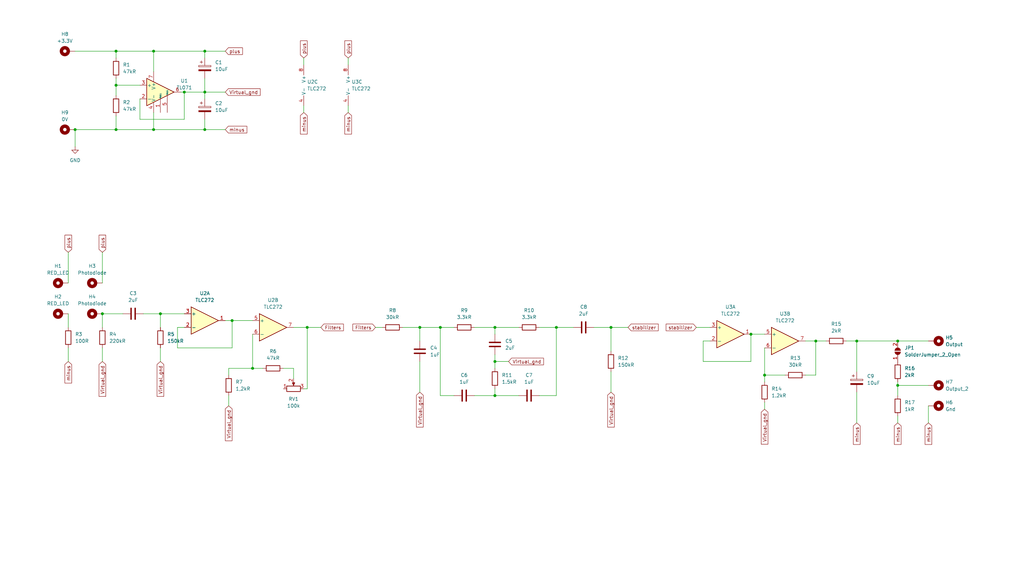
<source format=kicad_sch>
(kicad_sch (version 20230121) (generator eeschema)
  (paper "User" 381 210.007)
  (lib_symbols
    (symbol "Amplifier_Operational:TL071" (pin_names (offset 0.127))
      (property "Reference" "U" (at 0 6.35 0))
      (property "Value" "TL071" (at 0 3.81 0))
      (symbol "TL071_0_1"
        (polyline (pts (xy -5.08 5.08) (xy 5.08 0) (xy -5.08 -5.08) (xy -5.08 5.08)) (stroke (width 0.254)) (fill (type background)))
      )
      (symbol "TL071_1_1"
        (pin input line (at 0 -7.62 90) (length 5.08) (name "NULL") (number "1"))
        (pin input line (at -7.62 -2.54 0) (length 2.54) (name "-") (number "2"))
        (pin input line (at -7.62 2.54 0) (length 2.54) (name "+") (number "3"))
        (pin power_in line (at -2.54 -7.62 90) (length 3.81) (name "V-") (number "4"))
        (pin input line (at 2.54 -7.62 90) (length 6.35) (name "NULL") (number "5"))
        (pin output line (at 7.62 0 180) (length 2.54) (name "~") (number "6"))
        (pin power_in line (at -2.54 7.62 270) (length 3.81) (name "V+") (number "7"))
        (pin no_connect line (at 0 2.54 270) (length 2.54) hide (name "NC") (number "8"))
      )
    )
    (symbol "Amplifier_Operational:TLC272" (pin_names (offset 0.127))
      (property "Reference" "U" (at 0 5.08 0))
      (property "Value" "TLC272" (at 0 -5.08 0))
      (symbol "TLC272_1_1"
        (polyline (pts (xy -5.08 5.08) (xy 5.08 0) (xy -5.08 -5.08) (xy -5.08 5.08)) (stroke (width 0.254)) (fill (type background)))
        (pin output line (at 7.62 0 180) (length 2.54) (name "~") (number "1"))
        (pin input line (at -7.62 -2.54 0) (length 2.54) (name "-") (number "2"))
        (pin input line (at -7.62 2.54 0) (length 2.54) (name "+") (number "3"))
      )
      (symbol "TLC272_2_1"
        (polyline (pts (xy -5.08 5.08) (xy 5.08 0) (xy -5.08 -5.08) (xy -5.08 5.08)) (stroke (width 0.254)) (fill (type background)))
        (pin input line (at -7.62 2.54 0) (length 2.54) (name "+") (number "5"))
        (pin input line (at -7.62 -2.54 0) (length 2.54) (name "-") (number "6"))
        (pin output line (at 7.62 0 180) (length 2.54) (name "~") (number "7"))
      )
      (symbol "TLC272_3_1"
        (pin power_in line (at -2.54 -7.62 90) (length 3.81) (name "V-") (number "4"))
        (pin power_in line (at -2.54 7.62 270) (length 3.81) (name "V+") (number "8"))
      )
    )
    (symbol "Device:C" (pin_numbers hide) (pin_names (offset 0.254))
      (property "Reference" "C" (at 0.635 2.54 0))
      (property "Value" "C" (at 0.635 -2.54 0))
      (symbol "C_0_1"
        (polyline (pts (xy -2.032 -0.762) (xy 2.032 -0.762)) (stroke (width 0.508)))
        (polyline (pts (xy -2.032 0.762) (xy 2.032 0.762)) (stroke (width 0.508)))
      )
      (symbol "C_1_1"
        (pin passive line (at 0 3.81 270) (length 2.794) (name "~") (number "1"))
        (pin passive line (at 0 -3.81 90) (length 2.794) (name "~") (number "2"))
      )
    )
    (symbol "Device:C_Polarized" (pin_numbers hide) (pin_names (offset 0.254))
      (property "Reference" "C" (at 0.635 2.54 0))
      (property "Value" "C_Polarized" (at 0.635 -2.54 0))
      (symbol "C_Polarized_0_1"
        (rectangle (start -2.286 0.508) (end 2.286 1.016))
        (polyline (pts (xy -1.778 2.286) (xy -0.762 2.286)))
        (polyline (pts (xy -1.27 2.794) (xy -1.27 1.778)))
        (rectangle (start 2.286 -0.508) (end -2.286 -1.016) (fill (type outline)))
      )
      (symbol "C_Polarized_1_1"
        (pin passive line (at 0 3.81 270) (length 2.794) (name "~") (number "1"))
        (pin passive line (at 0 -3.81 90) (length 2.794) (name "~") (number "2"))
      )
    )
    (symbol "Device:R" (pin_numbers hide) (pin_names (offset 0))
      (property "Reference" "R" (at 2.032 0 90))
      (property "Value" "R" (at 0 0 90))
      (symbol "R_0_1"
        (rectangle (start -1.016 -2.54) (end 1.016 2.54) (stroke (width 0.254)))
      )
      (symbol "R_1_1"
        (pin passive line (at 0 3.81 270) (length 1.27) (name "~") (number "1"))
        (pin passive line (at 0 -3.81 90) (length 1.27) (name "~") (number "2"))
      )
    )
    (symbol "Device:R_Potentiometer" (pin_names (offset 1.016) hide)
      (property "Reference" "RV" (at -4.445 0 90))
      (property "Value" "R_Potentiometer" (at -2.54 0 90))
      (symbol "R_Potentiometer_0_1"
        (polyline (pts (xy 2.54 0) (xy 1.524 0)))
        (polyline (pts (xy 1.143 0) (xy 2.286 0.508) (xy 2.286 -0.508) (xy 1.143 0)) (fill (type outline)))
        (rectangle (start 1.016 2.54) (end -1.016 -2.54) (stroke (width 0.254)))
      )
      (symbol "R_Potentiometer_1_1"
        (pin passive line (at 0 3.81 270) (length 1.27) (name "1") (number "1"))
        (pin passive line (at 3.81 0 180) (length 1.27) (name "2") (number "2"))
        (pin passive line (at 0 -3.81 90) (length 1.27) (name "3") (number "3"))
      )
    )
    (symbol "Jumper:SolderJumper_2_Open" (pin_names (offset 0) hide)
      (property "Reference" "JP" (at 0 2.032 0))
      (property "Value" "SolderJumper_2_Open" (at 0 -2.54 0))
      (symbol "SolderJumper_2_Open_0_1"
        (arc (start -0.254 1.016) (mid -1.2656 0) (end -0.254 -1.016))
        (arc (start -0.254 1.016) (mid -1.2656 0) (end -0.254 -1.016) (fill (type outline)))
        (polyline (pts (xy -0.254 1.016) (xy -0.254 -1.016)))
        (polyline (pts (xy 0.254 1.016) (xy 0.254 -1.016)))
        (arc (start 0.254 -1.016) (mid 1.2656 0) (end 0.254 1.016))
        (arc (start 0.254 -1.016) (mid 1.2656 0) (end 0.254 1.016) (fill (type outline)))
      )
      (symbol "SolderJumper_2_Open_1_1"
        (pin passive line (at -3.81 0 0) (length 2.54) (name "A") (number "1"))
        (pin passive line (at 3.81 0 180) (length 2.54) (name "B") (number "2"))
      )
    )
    (symbol "Mechanical:MountingHole_Pad" (pin_numbers hide) (pin_names (offset 1.016) hide)
      (property "Reference" "H" (at 0 6.35 0))
      (property "Value" "MountingHole_Pad" (at 0 4.445 0))
      (symbol "MountingHole_Pad_0_1"
        (circle (center 0 1.27) (radius 1.27) (stroke (width 1.27)))
      )
      (symbol "MountingHole_Pad_1_1"
        (pin input line (at 0 -2.54 90) (length 2.54) (name "1") (number "1"))
      )
    )
    (symbol "power:GND" (power) (pin_names (offset 0))
      (property "Value" "GND" (at 0 -3.81 0))
      (symbol "GND_0_1"
        (polyline (pts (xy 0 0) (xy 0 -1.27) (xy 1.27 -1.27) (xy 0 -2.54) (xy -1.27 -1.27) (xy 0 -1.27)))
      )
      (symbol "GND_1_1"
        (pin power_in line (at 0 0 270) (length 0) hide (name "GND") (number "1"))
      )
    )
  )
  (junction (at 184.15 134.62))
  (junction (at 76.2 48.26))
  (junction (at 76.2 34.29))
  (junction (at 43.18 31.75))
  (junction (at 334.01 143.51))
  (junction (at 27.94 48.26))
  (junction (at 303.53 127))
  (junction (at 86.36 119.38))
  (junction (at 207.01 121.92))
  (junction (at 57.15 48.26))
  (junction (at 184.15 147.32))
  (junction (at 334.01 127))
  (junction (at 68.58 34.29))
  (junction (at 43.18 48.26))
  (junction (at 93.98 137.16))
  (junction (at 43.18 19.05))
  (junction (at 318.77 127))
  (junction (at 284.48 139.7))
  (junction (at 57.15 19.05))
  (junction (at 59.69 116.84))
  (junction (at 227.33 121.92))
  (junction (at 184.15 121.92))
  (junction (at 163.83 121.92))
  (junction (at 76.2 19.05))
  (junction (at 38.1 116.84))
  (junction (at 279.4 124.46))
  (junction (at 114.3 121.92))
  (junction (at 156.21 121.92))
  (wire (pts (xy 38.1 116.84) (xy 38.1 121.92)))
  (wire (pts (xy 85.09 151.13) (xy 85.09 147.32)))
  (wire (pts (xy 345.44 151.13) (xy 345.44 157.48)))
  (wire (pts (xy 57.15 48.26) (xy 76.2 48.26)))
  (wire (pts (xy 25.4 116.84) (xy 25.4 121.92)))
  (wire (pts (xy 113.03 21.59) (xy 113.03 24.13)))
  (wire (pts (xy 86.36 119.38) (xy 83.82 119.38)))
  (wire (pts (xy 57.15 41.91) (xy 57.15 48.26)))
  (wire (pts (xy 227.33 130.81) (xy 227.33 121.92)))
  (wire (pts (xy 264.16 127) (xy 261.62 127)))
  (wire (pts (xy 284.48 142.24) (xy 284.48 139.7)))
  (wire (pts (xy 334.01 143.51) (xy 334.01 147.32)))
  (wire (pts (xy 38.1 116.84) (xy 45.72 116.84)))
  (wire (pts (xy 43.18 43.18) (xy 43.18 48.26)))
  (wire (pts (xy 303.53 139.7) (xy 299.72 139.7)))
  (wire (pts (xy 43.18 31.75) (xy 52.07 31.75)))
  (wire (pts (xy 43.18 29.21) (xy 43.18 31.75)))
  (wire (pts (xy 114.3 121.92) (xy 119.38 121.92)))
  (wire (pts (xy 184.15 144.78) (xy 184.15 147.32)))
  (wire (pts (xy 38.1 129.54) (xy 38.1 134.62)))
  (wire (pts (xy 279.4 124.46) (xy 284.48 124.46)))
  (wire (pts (xy 27.94 19.05) (xy 43.18 19.05)))
  (wire (pts (xy 284.48 139.7) (xy 292.1 139.7)))
  (wire (pts (xy 57.15 48.26) (xy 43.18 48.26)))
  (wire (pts (xy 284.48 152.4) (xy 284.48 149.86)))
  (wire (pts (xy 59.69 116.84) (xy 68.58 116.84)))
  (wire (pts (xy 184.15 121.92) (xy 193.04 121.92)))
  (wire (pts (xy 156.21 134.62) (xy 156.21 146.05)))
  (wire (pts (xy 207.01 147.32) (xy 200.66 147.32)))
  (wire (pts (xy 129.54 21.59) (xy 129.54 24.13)))
  (wire (pts (xy 207.01 121.92) (xy 213.36 121.92)))
  (wire (pts (xy 129.54 39.37) (xy 129.54 41.91)))
  (wire (pts (xy 284.48 129.54) (xy 284.48 139.7)))
  (wire (pts (xy 68.58 44.45) (xy 68.58 34.29)))
  (wire (pts (xy 261.62 127) (xy 261.62 134.62)))
  (wire (pts (xy 57.15 19.05) (xy 57.15 26.67)))
  (wire (pts (xy 163.83 121.92) (xy 163.83 147.32)))
  (wire (pts (xy 193.04 147.32) (xy 184.15 147.32)))
  (wire (pts (xy 85.09 137.16) (xy 93.98 137.16)))
  (wire (pts (xy 76.2 36.83) (xy 76.2 34.29)))
  (wire (pts (xy 303.53 127) (xy 299.72 127)))
  (wire (pts (xy 200.66 121.92) (xy 207.01 121.92)))
  (wire (pts (xy 67.31 34.29) (xy 68.58 34.29)))
  (wire (pts (xy 163.83 121.92) (xy 168.91 121.92)))
  (wire (pts (xy 261.62 134.62) (xy 279.4 134.62)))
  (wire (pts (xy 38.1 93.98) (xy 38.1 105.41)))
  (wire (pts (xy 66.04 121.92) (xy 66.04 129.54)))
  (wire (pts (xy 43.18 31.75) (xy 43.18 35.56)))
  (wire (pts (xy 227.33 121.92) (xy 233.68 121.92)))
  (wire (pts (xy 76.2 29.21) (xy 76.2 34.29)))
  (wire (pts (xy 318.77 127) (xy 334.01 127)))
  (wire (pts (xy 76.2 48.26) (xy 83.82 48.26)))
  (wire (pts (xy 227.33 146.05) (xy 227.33 138.43)))
  (wire (pts (xy 59.69 129.54) (xy 59.69 134.62)))
  (wire (pts (xy 43.18 48.26) (xy 27.94 48.26)))
  (wire (pts (xy 68.58 34.29) (xy 76.2 34.29)))
  (wire (pts (xy 52.07 44.45) (xy 68.58 44.45)))
  (wire (pts (xy 109.22 137.16) (xy 109.22 140.97)))
  (wire (pts (xy 334.01 142.24) (xy 334.01 143.51)))
  (wire (pts (xy 318.77 138.43) (xy 318.77 127)))
  (wire (pts (xy 184.15 134.62) (xy 184.15 137.16)))
  (wire (pts (xy 139.7 121.92) (xy 142.24 121.92)))
  (wire (pts (xy 93.98 124.46) (xy 93.98 137.16)))
  (wire (pts (xy 43.18 21.59) (xy 43.18 19.05)))
  (wire (pts (xy 114.3 121.92) (xy 109.22 121.92)))
  (wire (pts (xy 76.2 19.05) (xy 83.82 19.05)))
  (wire (pts (xy 68.58 121.92) (xy 66.04 121.92)))
  (wire (pts (xy 66.04 129.54) (xy 86.36 129.54)))
  (wire (pts (xy 220.98 121.92) (xy 227.33 121.92)))
  (wire (pts (xy 184.15 121.92) (xy 184.15 124.46)))
  (wire (pts (xy 86.36 129.54) (xy 86.36 119.38)))
  (wire (pts (xy 25.4 129.54) (xy 25.4 134.62)))
  (wire (pts (xy 279.4 134.62) (xy 279.4 124.46)))
  (wire (pts (xy 57.15 19.05) (xy 76.2 19.05)))
  (wire (pts (xy 156.21 121.92) (xy 156.21 127)))
  (wire (pts (xy 76.2 34.29) (xy 83.82 34.29)))
  (wire (pts (xy 25.4 93.98) (xy 25.4 105.41)))
  (wire (pts (xy 53.34 116.84) (xy 59.69 116.84)))
  (wire (pts (xy 114.3 121.92) (xy 114.3 144.78)))
  (wire (pts (xy 85.09 139.7) (xy 85.09 137.16)))
  (wire (pts (xy 176.53 121.92) (xy 184.15 121.92)))
  (wire (pts (xy 334.01 143.51) (xy 345.44 143.51)))
  (wire (pts (xy 113.03 144.78) (xy 114.3 144.78)))
  (wire (pts (xy 334.01 154.94) (xy 334.01 157.48)))
  (wire (pts (xy 86.36 119.38) (xy 93.98 119.38)))
  (wire (pts (xy 259.08 121.92) (xy 264.16 121.92)))
  (wire (pts (xy 149.86 121.92) (xy 156.21 121.92)))
  (wire (pts (xy 52.07 36.83) (xy 52.07 44.45)))
  (wire (pts (xy 43.18 19.05) (xy 57.15 19.05)))
  (wire (pts (xy 314.96 127) (xy 318.77 127)))
  (wire (pts (xy 27.94 48.26) (xy 27.94 54.61)))
  (wire (pts (xy 76.2 44.45) (xy 76.2 48.26)))
  (wire (pts (xy 207.01 121.92) (xy 207.01 147.32)))
  (wire (pts (xy 184.15 134.62) (xy 189.23 134.62)))
  (wire (pts (xy 105.41 137.16) (xy 109.22 137.16)))
  (wire (pts (xy 59.69 116.84) (xy 59.69 121.92)))
  (wire (pts (xy 334.01 127) (xy 345.44 127)))
  (wire (pts (xy 113.03 39.37) (xy 113.03 41.91)))
  (wire (pts (xy 184.15 147.32) (xy 176.53 147.32)))
  (wire (pts (xy 168.91 147.32) (xy 163.83 147.32)))
  (wire (pts (xy 303.53 127) (xy 307.34 127)))
  (wire (pts (xy 318.77 146.05) (xy 318.77 157.48)))
  (wire (pts (xy 303.53 139.7) (xy 303.53 127)))
  (wire (pts (xy 76.2 19.05) (xy 76.2 21.59)))
  (wire (pts (xy 156.21 121.92) (xy 163.83 121.92)))
  (wire (pts (xy 184.15 132.08) (xy 184.15 134.62)))
  (wire (pts (xy 93.98 137.16) (xy 97.79 137.16)))
  (global_label "minus" (shape input) (at 113.03 41.91 270) (property "Intersheetrefs" "${INTERSHEET_REFS}" (effects hide)))
  (global_label "Virtual_gnd" (shape input) (at 83.82 34.29 0) (property "Intersheetrefs" "${INTERSHEET_REFS}" (effects hide)))
  (global_label "stabilizer" (shape input) (at 259.08 121.92 180) (property "Intersheetrefs" "${INTERSHEET_REFS}" (effects hide)))
  (global_label "Virtual_gnd" (shape input) (at 227.33 146.05 270) (property "Intersheetrefs" "${INTERSHEET_REFS}" (effects hide)))
  (global_label "plus" (shape input) (at 83.82 19.05 0) (property "Intersheetrefs" "${INTERSHEET_REFS}" (effects hide)))
  (global_label "minus" (shape input) (at 345.44 157.48 270) (property "Intersheetrefs" "${INTERSHEET_REFS}" (effects hide)))
  (global_label "Virtual_gnd" (shape input) (at 59.69 134.62 270) (property "Intersheetrefs" "${INTERSHEET_REFS}" (effects hide)))
  (global_label "plus" (shape input) (at 25.4 93.98 90) (property "Intersheetrefs" "${INTERSHEET_REFS}" (effects hide)))
  (global_label "Virtual_gnd" (shape input) (at 156.21 146.05 270) (property "Intersheetrefs" "${INTERSHEET_REFS}" (effects hide)))
  (global_label "minus" (shape input) (at 318.77 157.48 270) (property "Intersheetrefs" "${INTERSHEET_REFS}" (effects hide)))
  (global_label "Virtual_gnd" (shape input) (at 284.48 152.4 270) (property "Intersheetrefs" "${INTERSHEET_REFS}" (effects hide)))
  (global_label "plus" (shape input) (at 38.1 93.98 90) (property "Intersheetrefs" "${INTERSHEET_REFS}" (effects hide)))
  (global_label "plus" (shape input) (at 129.54 21.59 90) (property "Intersheetrefs" "${INTERSHEET_REFS}" (effects hide)))
  (global_label "Virtual_gnd" (shape input) (at 85.09 151.13 270) (property "Intersheetrefs" "${INTERSHEET_REFS}" (effects hide)))
  (global_label "Filters" (shape input) (at 119.38 121.92 0) (property "Intersheetrefs" "${INTERSHEET_REFS}" (effects hide)))
  (global_label "Virtual_gnd" (shape input) (at 189.23 134.62 0) (property "Intersheetrefs" "${INTERSHEET_REFS}" (effects hide)))
  (global_label "minus" (shape input) (at 129.54 41.91 270) (property "Intersheetrefs" "${INTERSHEET_REFS}" (effects hide)))
  (global_label "stabilizer" (shape input) (at 233.68 121.92 0) (property "Intersheetrefs" "${INTERSHEET_REFS}" (effects hide)))
  (global_label "plus" (shape input) (at 113.03 21.59 90) (property "Intersheetrefs" "${INTERSHEET_REFS}" (effects hide)))
  (global_label "minus" (shape input) (at 25.4 134.62 270) (property "Intersheetrefs" "${INTERSHEET_REFS}" (effects hide)))
  (global_label "Filters" (shape input) (at 139.7 121.92 180) (property "Intersheetrefs" "${INTERSHEET_REFS}" (effects hide)))
  (global_label "minus" (shape input) (at 83.82 48.26 0) (property "Intersheetrefs" "${INTERSHEET_REFS}" (effects hide)))
  (global_label "Virtual_gnd" (shape input) (at 38.1 134.62 270) (property "Intersheetrefs" "${INTERSHEET_REFS}" (effects hide)))
  (global_label "minus" (shape input) (at 334.01 157.48 270) (property "Intersheetrefs" "${INTERSHEET_REFS}" (effects hide)))
  (symbol (lib_id "Device:C") (at 49.53 116.84 90) (unit 1)
    (property "Reference" "C3" (at 49.53 109.22 90))
    (property "Value" "2uF" (at 49.53 111.76 90))
    (property "Footprint" "Capacitor_SMD:C_0805_2012Metric" (effects hide))
  )
  (symbol (lib_id "Amplifier_Operational:TLC272") (at 101.6 121.92 0) (unit 2)
    (property "Reference" "U2" (at 101.6 111.76 0))
    (property "Value" "TLC272" (at 101.6 114.3 0))
    (property "Footprint" "Package_SO:SOP-8_3.9x4.9mm_P1.27mm" (effects hide))
    (property "Datasheet" "http://www.ti.com/lit/ds/symlink/tlc272.pdf" (effects hide))
  )
  (symbol (lib_id "Device:R") (at 25.4 125.73 0) (unit 1)
    (property "Reference" "R3" (at 27.94 124.46 0) (effects (justify left)))
    (property "Value" "100R" (at 27.94 127 0) (effects (justify left)))
    (property "Footprint" "Resistor_SMD:R_0805_2012Metric" (effects hide))
  )
  (symbol (lib_id "Device:R") (at 172.72 121.92 90) (unit 1)
    (property "Reference" "R9" (at 172.72 115.57 90))
    (property "Value" "3.3kR" (at 172.72 118.11 90))
    (property "Footprint" "Resistor_SMD:R_0805_2012Metric" (effects hide))
  )
  (symbol (lib_id "Amplifier_Operational:TL071") (at 59.69 34.29 0) (unit 1)
    (property "Reference" "U1" (at 68.58 30.0991 0))
    (property "Value" "TL071" (at 68.58 32.6391 0))
    (property "Footprint" "Package_SO:SOP-8_3.9x4.9mm_P1.27mm" (effects hide))
    (property "Datasheet" "http://www.ti.com/lit/ds/symlink/tl071.pdf" (effects hide))
  )
  (symbol (lib_id "Device:C") (at 184.15 128.27 0) (unit 1)
    (property "Reference" "C5" (at 187.96 127 0) (effects (justify left)))
    (property "Value" "2uF" (at 187.96 129.54 0) (effects (justify left)))
    (property "Footprint" "Capacitor_SMD:C_0805_2012Metric" (effects hide))
  )
  (symbol (lib_id "Device:R") (at 334.01 138.43 180) (unit 1)
    (property "Reference" "R16" (at 336.55 137.16 0) (effects (justify right)))
    (property "Value" "2kR" (at 336.55 139.7 0) (effects (justify right)))
    (property "Footprint" "Resistor_SMD:R_0805_2012Metric" (effects hide))
  )
  (symbol (lib_id "Device:C") (at 172.72 147.32 270) (unit 1)
    (property "Reference" "C6" (at 172.72 139.7 90))
    (property "Value" "1uF" (at 172.72 142.24 90))
    (property "Footprint" "Capacitor_SMD:C_0805_2012Metric" (effects hide))
  )
  (symbol (lib_id "Amplifier_Operational:TLC272") (at 271.78 124.46 0) (unit 1)
    (property "Reference" "U3" (at 271.78 114.3 0))
    (property "Value" "TLC272" (at 271.78 116.84 0))
    (property "Footprint" "Package_SO:SOP-8_3.9x4.9mm_P1.27mm" (effects hide))
    (property "Datasheet" "http://www.ti.com/lit/ds/symlink/tlc272.pdf" (effects hide))
  )
  (symbol (lib_id "power:GND") (at 27.94 54.61 0) (unit 1)
    (property "Reference" "#PWR01" (effects hide))
    (property "Value" "GND" (at 27.94 59.69 0))
  )
  (symbol (lib_id "Amplifier_Operational:TLC272") (at 76.2 119.38 0) (unit 1)
    (property "Reference" "U2" (at 76.2 109.22 0))
    (property "Value" "TLC272" (at 76.2 111.76 0))
    (property "Footprint" "Package_SO:SOP-8_3.9x4.9mm_P1.27mm" (effects hide))
    (property "Datasheet" "http://www.ti.com/lit/ds/symlink/tlc272.pdf" (effects hide))
  )
  (symbol (lib_id "Device:C_Polarized") (at 76.2 25.4 0) (unit 1)
    (property "Reference" "C1" (at 80.01 23.241 0) (effects (justify left)))
    (property "Value" "10uF" (at 80.01 25.781 0) (effects (justify left)))
    (property "Footprint" "Capacitor_SMD:CP_Elec_6.3x5.2" (effects hide))
  )
  (symbol (lib_id "Mechanical:MountingHole_Pad") (at 347.98 127 270) (unit 1)
    (property "Reference" "H5" (at 351.79 125.73 90) (effects (justify left)))
    (property "Value" "Output" (at 351.79 128.27 90) (effects (justify left)))
    (property "Footprint" "TestPoint:TestPoint_Pad_4.0x4.0mm" (effects hide))
  )
  (symbol (lib_id "Device:C_Polarized") (at 76.2 40.64 0) (unit 1)
    (property "Reference" "C2" (at 80.01 38.481 0) (effects (justify left)))
    (property "Value" "10uF" (at 80.01 41.021 0) (effects (justify left)))
    (property "Footprint" "Capacitor_SMD:CP_Elec_6.3x5.2" (effects hide))
  )
  (symbol (lib_id "Mechanical:MountingHole_Pad") (at 22.86 105.41 90) (unit 1)
    (property "Reference" "H1" (at 21.59 99.06 90))
    (property "Value" "RED_LED" (at 21.59 101.6 90))
    (property "Footprint" "TestPoint:TestPoint_Pad_4.0x4.0mm" (effects hide))
  )
  (symbol (lib_id "Mechanical:MountingHole_Pad") (at 35.56 105.41 90) (unit 1)
    (property "Reference" "H3" (at 34.29 99.06 90))
    (property "Value" "Photodiode" (at 34.29 101.6 90))
    (property "Footprint" "TestPoint:TestPoint_Pad_4.0x4.0mm" (effects hide))
  )
  (symbol (lib_id "Device:R_Potentiometer") (at 109.22 144.78 90) (unit 1)
    (property "Reference" "RV1" (at 109.22 148.59 90))
    (property "Value" "100k" (at 109.22 151.13 90))
    (property "Footprint" "Potentiometer_THT:Potentiometer_Piher_T-16H_Single_Horizontal" (effects hide))
  )
  (symbol (lib_id "Device:R") (at 85.09 143.51 0) (unit 1)
    (property "Reference" "R7" (at 87.63 142.24 0) (effects (justify left)))
    (property "Value" "1,2kR" (at 87.63 144.78 0) (effects (justify left)))
    (property "Footprint" "Resistor_SMD:R_0805_2012Metric" (effects hide))
  )
  (symbol (lib_id "Device:R") (at 227.33 134.62 180) (unit 1)
    (property "Reference" "R12" (at 229.87 133.35 0) (effects (justify right)))
    (property "Value" "150kR" (at 229.87 135.89 0) (effects (justify right)))
    (property "Footprint" "Resistor_SMD:R_0805_2012Metric" (effects hide))
  )
  (symbol (lib_id "Device:R") (at 43.18 39.37 0) (unit 1)
    (property "Reference" "R2" (at 45.72 38.1 0) (effects (justify left)))
    (property "Value" "47kR" (at 45.72 40.64 0) (effects (justify left)))
    (property "Footprint" "Resistor_SMD:R_0805_2012Metric" (effects hide))
  )
  (symbol (lib_id "Device:R") (at 59.69 125.73 0) (unit 1)
    (property "Reference" "R5" (at 62.23 124.46 0) (effects (justify left)))
    (property "Value" "150kR" (at 62.23 127 0) (effects (justify left)))
    (property "Footprint" "Resistor_SMD:R_0805_2012Metric" (effects hide))
  )
  (symbol (lib_id "Device:R") (at 146.05 121.92 90) (unit 1)
    (property "Reference" "R8" (at 146.05 115.57 90))
    (property "Value" "30kR" (at 146.05 118.11 90))
    (property "Footprint" "Resistor_SMD:R_0805_2012Metric" (effects hide))
  )
  (symbol (lib_id "Device:R") (at 43.18 25.4 0) (unit 1)
    (property "Reference" "R1" (at 45.72 24.13 0) (effects (justify left)))
    (property "Value" "47kR" (at 45.72 26.67 0) (effects (justify left)))
    (property "Footprint" "Resistor_SMD:R_0805_2012Metric" (effects hide))
  )
  (symbol (lib_id "Device:R") (at 101.6 137.16 90) (unit 1)
    (property "Reference" "R6" (at 101.6 130.81 90))
    (property "Value" "47kR" (at 101.6 133.35 90))
    (property "Footprint" "Resistor_SMD:R_0805_2012Metric" (effects hide))
  )
  (symbol (lib_id "Amplifier_Operational:TLC272") (at 115.57 31.75 0) (unit 3)
    (property "Reference" "U2" (at 114.3 30.48 0) (effects (justify left)))
    (property "Value" "TLC272" (at 114.3 33.02 0) (effects (justify left)))
    (property "Footprint" "Package_SO:SOP-8_3.9x4.9mm_P1.27mm" (effects hide))
    (property "Datasheet" "http://www.ti.com/lit/ds/symlink/tlc272.pdf" (effects hide))
  )
  (symbol (lib_id "Mechanical:MountingHole_Pad") (at 25.4 19.05 90) (unit 1)
    (property "Reference" "H8" (at 24.13 12.7 90))
    (property "Value" "+3.3V" (at 24.13 15.24 90))
    (property "Footprint" "TestPoint:TestPoint_Pad_4.0x4.0mm" (effects hide))
  )
  (symbol (lib_id "Device:R") (at 311.15 127 90) (unit 1)
    (property "Reference" "R15" (at 311.15 120.65 90))
    (property "Value" "2kR" (at 311.15 123.19 90))
    (property "Footprint" "Resistor_SMD:R_0805_2012Metric" (effects hide))
  )
  (symbol (lib_id "Jumper:SolderJumper_2_Open") (at 334.01 130.81 90) (unit 1)
    (property "Reference" "JP1" (at 336.55 129.54 90) (effects (justify right)))
    (property "Value" "SolderJumper_2_Open" (at 336.55 132.08 90) (effects (justify right)))
    (property "Footprint" "Jumper:SolderJumper-2_P1.3mm_Open_TrianglePad1.0x1.5mm" (effects hide))
  )
  (symbol (lib_id "Mechanical:MountingHole_Pad") (at 22.86 116.84 90) (unit 1)
    (property "Reference" "H2" (at 21.59 110.49 90))
    (property "Value" "RED_LED" (at 21.59 113.03 90))
    (property "Footprint" "TestPoint:TestPoint_Pad_4.0x4.0mm" (effects hide))
  )
  (symbol (lib_id "Mechanical:MountingHole_Pad") (at 347.98 151.13 270) (unit 1)
    (property "Reference" "H6" (at 351.79 149.86 90) (effects (justify left)))
    (property "Value" "Gnd" (at 351.79 152.4 90) (effects (justify left)))
    (property "Footprint" "TestPoint:TestPoint_Pad_4.0x4.0mm" (effects hide))
  )
  (symbol (lib_id "Device:R") (at 38.1 125.73 0) (unit 1)
    (property "Reference" "R4" (at 40.64 124.46 0) (effects (justify left)))
    (property "Value" "220kR" (at 40.64 127 0) (effects (justify left)))
    (property "Footprint" "Resistor_SMD:R_0805_2012Metric" (effects hide))
  )
  (symbol (lib_id "Device:C") (at 156.21 130.81 0) (unit 1)
    (property "Reference" "C4" (at 160.02 129.54 0) (effects (justify left)))
    (property "Value" "1uF" (at 160.02 132.08 0) (effects (justify left)))
    (property "Footprint" "Capacitor_SMD:C_0805_2012Metric" (effects hide))
  )
  (symbol (lib_id "Device:R") (at 284.48 146.05 180) (unit 1)
    (property "Reference" "R14" (at 287.02 144.78 0) (effects (justify right)))
    (property "Value" "1.2kR" (at 287.02 147.32 0) (effects (justify right)))
    (property "Footprint" "Resistor_SMD:R_0805_2012Metric" (effects hide))
  )
  (symbol (lib_id "Device:R") (at 184.15 140.97 180) (unit 1)
    (property "Reference" "R11" (at 186.69 139.7 0) (effects (justify right)))
    (property "Value" "1.5kR" (at 186.69 142.24 0) (effects (justify right)))
    (property "Footprint" "Resistor_SMD:R_0805_2012Metric" (effects hide))
  )
  (symbol (lib_id "Device:C") (at 217.17 121.92 90) (unit 1)
    (property "Reference" "C8" (at 217.17 114.3 90))
    (property "Value" "2uF" (at 217.17 116.84 90))
    (property "Footprint" "Capacitor_SMD:C_0805_2012Metric" (effects hide))
  )
  (symbol (lib_id "Device:R") (at 295.91 139.7 90) (unit 1)
    (property "Reference" "R13" (at 295.91 133.35 90))
    (property "Value" "30kR" (at 295.91 135.89 90))
    (property "Footprint" "Resistor_SMD:R_0805_2012Metric" (effects hide))
  )
  (symbol (lib_id "Device:R") (at 334.01 151.13 180) (unit 1)
    (property "Reference" "R17" (at 336.55 149.86 0) (effects (justify right)))
    (property "Value" "1kR" (at 336.55 152.4 0) (effects (justify right)))
    (property "Footprint" "Resistor_SMD:R_0805_2012Metric" (effects hide))
  )
  (symbol (lib_id "Mechanical:MountingHole_Pad") (at 35.56 116.84 90) (unit 1)
    (property "Reference" "H4" (at 34.29 110.49 90))
    (property "Value" "Photodiode" (at 34.29 113.03 90))
    (property "Footprint" "TestPoint:TestPoint_Pad_4.0x4.0mm" (effects hide))
  )
  (symbol (lib_id "Amplifier_Operational:TLC272") (at 292.1 127 0) (unit 2)
    (property "Reference" "U3" (at 292.1 116.84 0))
    (property "Value" "TLC272" (at 292.1 119.38 0))
    (property "Footprint" "Package_SO:SOP-8_3.9x4.9mm_P1.27mm" (effects hide))
    (property "Datasheet" "http://www.ti.com/lit/ds/symlink/tlc272.pdf" (effects hide))
  )
  (symbol (lib_id "Device:R") (at 196.85 121.92 90) (unit 1)
    (property "Reference" "R10" (at 196.85 115.57 90))
    (property "Value" "3.3kR" (at 196.85 118.11 90))
    (property "Footprint" "Resistor_SMD:R_0805_2012Metric" (effects hide))
  )
  (symbol (lib_id "Amplifier_Operational:TLC272") (at 132.08 31.75 0) (unit 3)
    (property "Reference" "U3" (at 130.81 30.48 0) (effects (justify left)))
    (property "Value" "TLC272" (at 130.81 33.02 0) (effects (justify left)))
    (property "Footprint" "Package_SO:SOP-8_3.9x4.9mm_P1.27mm" (effects hide))
    (property "Datasheet" "http://www.ti.com/lit/ds/symlink/tlc272.pdf" (effects hide))
  )
  (symbol (lib_id "Mechanical:MountingHole_Pad") (at 347.98 143.51 270) (unit 1)
    (property "Reference" "H7" (at 351.79 142.24 90) (effects (justify left)))
    (property "Value" "Output_2" (at 351.79 144.78 90) (effects (justify left)))
    (property "Footprint" "TestPoint:TestPoint_Pad_4.0x4.0mm" (effects hide))
  )
  (symbol (lib_id "Device:C_Polarized") (at 318.77 142.24 0) (unit 1)
    (property "Reference" "C9" (at 322.58 140.081 0) (effects (justify left)))
    (property "Value" "10uF" (at 322.58 142.621 0) (effects (justify left)))
    (property "Footprint" "Capacitor_SMD:CP_Elec_6.3x5.2" (effects hide))
  )
  (symbol (lib_id "Mechanical:MountingHole_Pad") (at 25.4 48.26 90) (unit 1)
    (property "Reference" "H9" (at 24.13 41.91 90))
    (property "Value" "0V" (at 24.13 44.45 90))
    (property "Footprint" "TestPoint:TestPoint_Pad_4.0x4.0mm" (effects hide))
  )
  (symbol (lib_id "Device:C") (at 196.85 147.32 90) (unit 1)
    (property "Reference" "C7" (at 196.85 139.7 90))
    (property "Value" "1uF" (at 196.85 142.24 90))
    (property "Footprint" "Capacitor_SMD:C_0805_2012Metric" (effects hide))
  )
)
</source>
